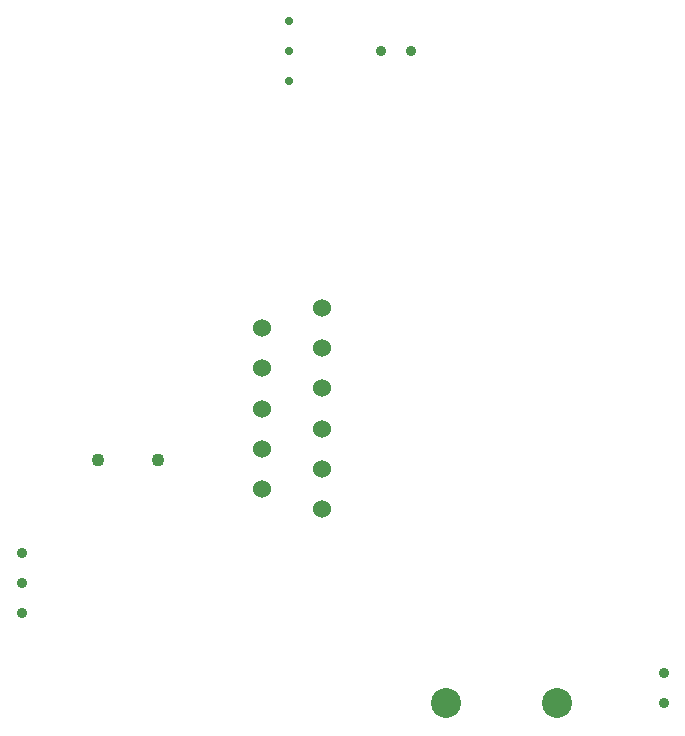
<source format=gbr>
G04 Layer_Color=0*
%FSLAX25Y25*%
%MOIN*%
%TF.FileFunction,Plated,1,2,PTH,Drill*%
%TF.Part,Single*%
G01*
G75*
%TA.AperFunction,ComponentDrill*%
%ADD34C,0.03543*%
%ADD35C,0.06000*%
%ADD36C,0.02756*%
%ADD37C,0.10000*%
%ADD38C,0.04331*%
%ADD39C,0.03543*%
D34*
X165000Y210000D02*
D03*
Y200000D02*
D03*
Y190000D02*
D03*
X379000Y160000D02*
D03*
Y170000D02*
D03*
D35*
X265000Y224800D02*
D03*
X245000Y231500D02*
D03*
X265000Y238200D02*
D03*
X245000Y244900D02*
D03*
X265000Y251600D02*
D03*
X245000Y258300D02*
D03*
X265000Y265000D02*
D03*
X245000Y271700D02*
D03*
X265000Y278400D02*
D03*
X245000Y285100D02*
D03*
X265000Y291800D02*
D03*
D36*
X254000Y387339D02*
D03*
Y377339D02*
D03*
Y367339D02*
D03*
D37*
X343500Y160000D02*
D03*
X306500D02*
D03*
D38*
X210500Y241000D02*
D03*
X190500D02*
D03*
D39*
X294661Y377339D02*
D03*
X284661D02*
D03*
%TF.MD5,4258491696528d74feba12f40a34e128*%
M02*

</source>
